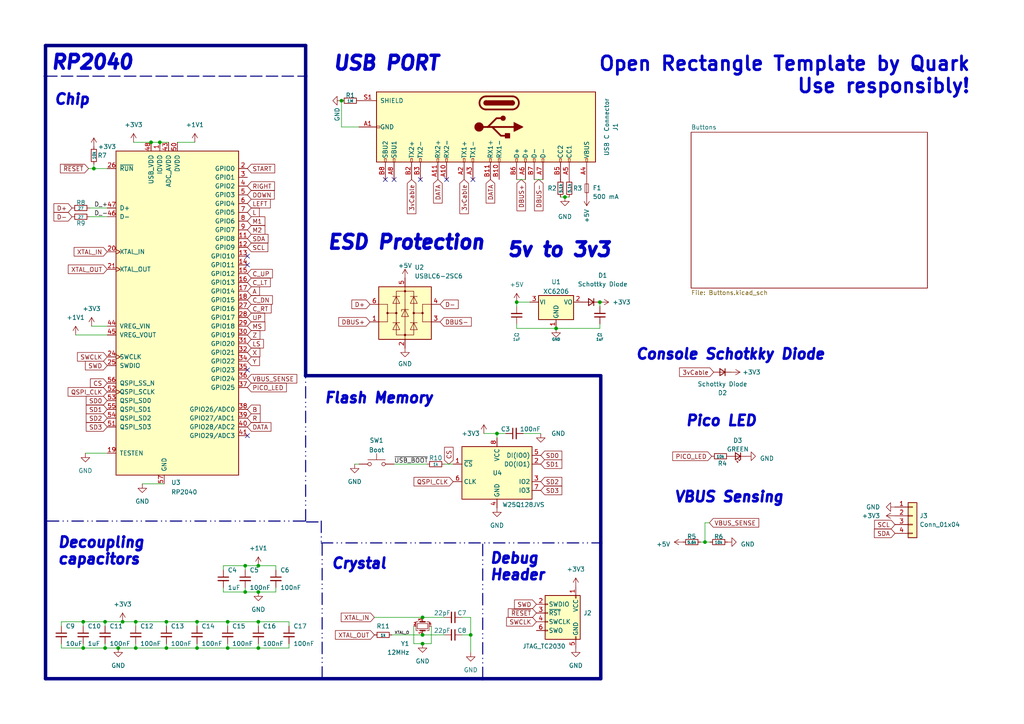
<source format=kicad_sch>
(kicad_sch (version 20230121) (generator eeschema)
  (paper "A4")
  (junction (at 74.93 164.084))
  (junction (at 140.001 196.85))
  (junction (at 39.37 187.96))
  (junction (at 57.15 180.34))
  (junction (at 66.04 187.96))
  (junction (at 24.13 180.34))
  (junction (at 30.48 180.34))
  (junction (at 35.56 180.34))
  (junction (at 122.555 179.07))
  (junction (at 174.244 157.4631))
  (junction (at 30.48 187.96))
  (junction (at 136.525 184.15))
  (junction (at 48.26 180.34))
  (junction (at 34.29 187.96))
  (junction (at 204.47 157.226))
  (junction (at 74.93 180.34))
  (junction (at 46.355 41.275))
  (junction (at 13.208 22.098))
  (junction (at 149.86 87.63) (diameter 0.9144))
  (junction (at 71.12 164.084))
  (junction (at 122.555 186.69))
  (junction (at 57.15 187.96))
  (junction (at 43.815 41.275))
  (junction (at 74.93 187.96))
  (junction (at 24.13 187.96))
  (junction (at 71.12 171.704))
  (junction (at 173.99 87.63))
  (junction (at 74.93 171.704))
  (junction (at 88.646 22.098))
  (junction (at 27.2222 48.895))
  (junction (at 144.145 125.73))
  (junction (at 99.06 29.21))
  (junction (at 161.29 95.25) (diameter 0.9144))
  (junction (at 48.26 187.96))
  (junction (at 39.37 180.34))
  (junction (at 122.555 184.15))
  (junction (at 66.04 180.34))
  (junction (at 88.646 108.966))
  (junction (at 163.8554 57.15))
  (no_connect (at 71.755 76.835))
  (no_connect (at 71.755 107.315))
  (no_connect (at 114.3 52.07))
  (no_connect (at 129.54 52.07))
  (no_connect (at 71.755 74.295))
  (no_connect (at 71.755 126.365))
  (no_connect (at 137.16 52.07))
  (no_connect (at 111.76 52.07))
  (no_connect (at 121.92 52.07))
  (wire (pts (xy 31.115 97.155) (xy 21.9456 97.155)))
  (wire (pts (xy 57.15 180.34) (xy 57.15 181.61)))
  (wire (pts (xy 17.78 187.96) (xy 24.13 187.96)))
  (wire (pts (xy 43.815 41.275) (xy 46.355 41.275)))
  (wire (pts (xy 136.525 179.07) (xy 136.525 184.15)))
  (wire (pts (xy 64.77 164.084) (xy 64.77 165.354)))
  (wire (pts (xy 57.15 186.69) (xy 57.15 187.96)))
  (wire (pts (xy 24.765 131.445) (xy 31.115 131.445)))
  (wire (pts (xy 125.095 181.61) (xy 125.095 186.69)))
  (wire (pts (xy 120.015 181.61) (xy 120.015 186.69)))
  (wire (pts (xy 24.13 187.96) (xy 30.48 187.96)))
  (wire (pts (xy 27.2222 47.625) (xy 27.2222 48.895)))
  (wire (pts (xy 71.12 164.084) (xy 71.12 165.354)))
  (wire (pts (xy 57.15 187.96) (xy 66.04 187.96)))
  (bus (pts (xy 174.244 157.4631) (xy 174.244 108.966)) (stroke (width 1)))
  (wire (pts (xy 74.93 187.96) (xy 83.82 187.96)))
  (wire (pts (xy 136.525 184.15) (xy 133.985 184.15)))
  (wire (pts (xy 17.78 180.34) (xy 24.13 180.34)))
  (wire (pts (xy 41.275 140.335) (xy 47.625 140.335)))
  (wire (pts (xy 114.3 134.62) (xy 123.825 134.62)))
  (wire (pts (xy 64.77 171.704) (xy 71.12 171.704)))
  (wire (pts (xy 102.87 134.62) (xy 104.14 134.62)))
  (wire (pts (xy 161.29 95.25) (xy 149.86 95.25)))
  (wire (pts (xy 128.905 184.15) (xy 122.555 184.15)))
  (wire (pts (xy 25.9842 62.865) (xy 31.115 62.865)))
  (wire (pts (xy 144.145 125.73) (xy 146.685 125.73)))
  (bus (pts (xy 88.646 108.966) (xy 174.244 108.966)) (stroke (width 1)))
  (bus (pts (xy 174.244 157.4631) (xy 174.244 157.48)))
  (wire (pts (xy 30.48 180.34) (xy 35.56 180.34)))
  (bus (pts (xy 88.646 13.208) (xy 88.646 22.098)) (stroke (width 1)))
  (wire (pts (xy 25.9842 60.325) (xy 31.115 60.325)))
  (wire (pts (xy 80.01 164.084) (xy 80.01 165.354)))
  (wire (pts (xy 74.93 180.34) (xy 83.82 180.34)))
  (wire (pts (xy 149.86 87.63) (xy 149.86 88.9)))
  (wire (pts (xy 66.04 186.69) (xy 66.04 187.96)))
  (wire (pts (xy 39.37 187.96) (xy 48.26 187.96)))
  (wire (pts (xy 35.56 180.34) (xy 39.37 180.34)))
  (wire (pts (xy 203.2 157.226) (xy 204.47 157.226)))
  (wire (pts (xy 83.82 180.34) (xy 83.82 181.61)))
  (wire (pts (xy 51.435 41.275) (xy 56.515 41.275)))
  (wire (pts (xy 38.735 41.275) (xy 43.815 41.275)))
  (wire (pts (xy 39.37 187.96) (xy 39.37 186.69)))
  (wire (pts (xy 66.04 180.34) (xy 74.93 180.34)))
  (wire (pts (xy 74.93 171.704) (xy 80.01 171.704)))
  (wire (pts (xy 34.29 187.96) (xy 39.37 187.96)))
  (wire (pts (xy 48.26 180.34) (xy 48.26 181.61)))
  (wire (pts (xy 39.37 180.34) (xy 39.37 181.61)))
  (wire (pts (xy 83.82 187.96) (xy 83.82 186.69)))
  (wire (pts (xy 39.37 180.34) (xy 48.26 180.34)))
  (bus (pts (xy 140.001 196.85) (xy 174.244 196.85)) (stroke (width 1)))
  (bus (pts (xy 88.646 151.13) (xy 88.646 108.966)) (stroke (width 0) (type dash_dot_dot)))
  (wire (pts (xy 125.095 186.69) (xy 122.555 186.69)))
  (wire (pts (xy 74.93 164.084) (xy 80.01 164.084)))
  (bus (pts (xy 93.1852 151.13) (xy 93.1852 157.4631)) (stroke (width 0) (type dash_dot_dot)))
  (wire (pts (xy 108.585 179.07) (xy 122.555 179.07)))
  (wire (pts (xy 204.47 157.226) (xy 205.9178 157.226)))
  (wire (pts (xy 144.145 125.73) (xy 144.145 127)))
  (wire (pts (xy 71.12 171.704) (xy 74.93 171.704)))
  (wire (pts (xy 30.48 180.34) (xy 24.13 180.34)))
  (wire (pts (xy 149.86 93.98) (xy 149.86 95.25)))
  (wire (pts (xy 30.48 180.34) (xy 30.48 181.61)))
  (wire (pts (xy 48.26 187.96) (xy 57.15 187.96)))
  (wire (pts (xy 71.12 170.434) (xy 71.12 171.704)))
  (wire (pts (xy 162.56 57.15) (xy 163.8554 57.15)))
  (wire (pts (xy 128.905 134.62) (xy 131.445 134.62)))
  (wire (pts (xy 173.99 93.9546) (xy 173.99 95.25)))
  (wire (pts (xy 133.985 179.07) (xy 136.525 179.07)))
  (wire (pts (xy 99.06 36.83) (xy 99.06 29.21)))
  (wire (pts (xy 151.765 125.73) (xy 156.845 125.73)))
  (wire (pts (xy 74.93 180.34) (xy 74.93 181.61)))
  (bus (pts (xy 93.1852 157.4631) (xy 174.244 157.4631)) (stroke (width 0) (type dash_dot_dot)))
  (wire (pts (xy 120.015 186.69) (xy 122.555 186.69)))
  (wire (pts (xy 25.6793 48.895) (xy 27.2222 48.895)))
  (wire (pts (xy 157.48 52.07) (xy 154.94 52.07)))
  (wire (pts (xy 48.26 187.96) (xy 48.26 186.69)))
  (wire (pts (xy 80.01 171.704) (xy 80.01 170.434)))
  (wire (pts (xy 71.12 164.084) (xy 64.77 164.084)))
  (wire (pts (xy 26.5684 94.615) (xy 31.115 94.615)))
  (bus (pts (xy 13.208 22.098) (xy 88.646 22.098)) (stroke (width 0) (type dash)))
  (wire (pts (xy 140.335 125.73) (xy 144.145 125.73)))
  (bus (pts (xy 13.716 151.13) (xy 88.646 151.13)) (stroke (width 0) (type dash_dot_dot)))
  (bus (pts (xy 174.244 196.85) (xy 174.244 157.4631)) (stroke (width 1)))
  (bus (pts (xy 88.646 22.098) (xy 88.646 108.966)) (stroke (width 1)))
  (wire (pts (xy 57.15 180.34) (xy 66.04 180.34)))
  (wire (pts (xy 17.78 181.61) (xy 17.78 180.34)))
  (wire (pts (xy 66.04 187.96) (xy 74.93 187.96)))
  (wire (pts (xy 46.355 41.275) (xy 48.895 41.275)))
  (wire (pts (xy 74.93 187.96) (xy 74.93 186.69)))
  (wire (pts (xy 163.8554 57.15) (xy 165.1 57.15)))
  (wire (pts (xy 17.78 186.69) (xy 17.78 187.96)))
  (wire (pts (xy 27.2222 48.895) (xy 31.115 48.895)))
  (wire (pts (xy 74.93 164.084) (xy 71.12 164.084)))
  (wire (pts (xy 104.14 36.83) (xy 99.06 36.83)))
  (wire (pts (xy 205.74 151.638) (xy 204.47 151.638)))
  (bus (pts (xy 140.001 196.85) (xy 140.001 157.48)) (stroke (width 0) (type dash_dot_dot)))
  (wire (pts (xy 24.13 180.34) (xy 24.13 181.61)))
  (wire (pts (xy 204.47 151.638) (xy 204.47 157.226)))
  (bus (pts (xy 13.208 13.208) (xy 13.208 22.098)) (stroke (width 1)))
  (wire (pts (xy 66.04 180.34) (xy 66.04 181.61)))
  (wire (pts (xy 30.48 186.69) (xy 30.48 187.96)))
  (wire (pts (xy 64.77 170.434) (xy 64.77 171.704)))
  (bus (pts (xy 93.4392 157.7171) (xy 93.4392 197.104)) (stroke (width 0) (type dash_dot_dot)))
  (wire (pts (xy 128.905 179.07) (xy 122.555 179.07)))
  (wire (pts (xy 173.99 88.8746) (xy 173.99 87.63)))
  (wire (pts (xy 122.555 184.15) (xy 113.665 184.15)))
  (wire (pts (xy 30.48 187.96) (xy 34.29 187.96)))
  (wire (pts (xy 24.13 186.69) (xy 24.13 187.96)))
  (bus (pts (xy 13.208 196.85) (xy 140.001 196.85)) (stroke (width 1)))
  (wire (pts (xy 136.525 184.15) (xy 136.525 189.23)))
  (bus (pts (xy 13.208 13.208) (xy 88.646 13.208)) (stroke (width 1)))
  (wire (pts (xy 48.26 180.34) (xy 57.15 180.34)))
  (bus (pts (xy 13.208 22.098) (xy 13.208 196.85)) (stroke (width 1)))
  (wire (pts (xy 161.29 95.25) (xy 173.99 95.25)))
  (wire (pts (xy 152.4 52.07) (xy 149.86 52.07)))
  (wire (pts (xy 149.86 87.63) (xy 153.67 87.63)))
  (bus (pts (xy 88.9 151.384) (xy 93.4392 151.384)) (stroke (width 0) (type dash_dot_dot)))
  (text "Console Schotkky Diode" (at 184.15 104.648 0) (effects (font (size 3 3) (thickness 2) bold italic) (justify left bottom)))
  (text "Crystal" (at 95.885 165.354 0) (effects (font (size 3 3) (thickness 2) bold italic) (justify left bottom)))
  (text "USB PORT" (at 96.266 20.828 0) (effects (font (size 4 4) (thickness 2) bold italic) (justify left bottom)))
  (text "Flash Memory" (at 93.853 117.348 0) (effects (font (size 3 3) (thickness 2) bold italic) (justify left bottom)))
  (text "Pico LED" (at 198.628 123.952 0) (effects (font (size 3 3) (thickness 2) bold italic) (justify left bottom)))
  (text "Open Rectangle Template by Quark\nUse responsibly!" (at 281.686 27.432 0) (effects (font (size 4 4) (thickness 0.8) bold) (justify right bottom)))
  (text "RP2040" (at 14.478 20.574 0) (effects (font (size 4 4) (thickness 2) bold italic) (justify left bottom)))
  (text "Debug\nHeader" (at 141.859 168.656 0) (effects (font (size 3 3) (thickness 2) bold italic) (justify left bottom)))
  (text "VBUS Sensing" (at 195.326 146.05 0) (effects (font (size 3 3) (thickness 2) bold italic) (justify left bottom)))
  (text "Chip" (at 15.494 30.734 0) (effects (font (size 3 3) (thickness 2) bold italic) (justify left bottom)))
  (text "5v to 3v3" (at 146.812 74.93 0) (effects (font (size 4 4) (thickness 2) bold italic) (justify left bottom)))
  (text "ESD Protection" (at 94.615 72.771 0) (effects (font (size 4 4) (thickness 2) bold italic) (justify left bottom)))
  (text "Decoupling\ncapacitors" (at 16.51 164.084 0) (effects (font (size 3 3) (thickness 2) bold italic) (justify left bottom)))
  (label "D_+" (at 27.305 60.325 0))
  (label "~{USB_BOOT}" (at 114.3 134.62 0))
  (label "D_-" (at 27.305 62.865 0))
  (label "XTAL_O" (at 118.745 184.15 180) (effects (font (size 0.8 0.8))))
  (global_label "DOWN" (shape input) (at 335.534 133.096 270) (property "Intersheetrefs" "${INTERSHEET_REFS}" (effects hide)))
  (global_label "D+" (shape input) (at 107.315 88.265 180) (property "Intersheetrefs" "${INTERSHEET_REFS}" (effects hide)))
  (global_label "MS" (shape input) (at 470.916 143.256 270) (property "Intersheetrefs" "${INTERSHEET_REFS}" (effects hide)))
  (global_label "C_UP" (shape input) (at 71.755 79.375 0) (property "Intersheetrefs" "${INTERSHEET_REFS}" (effects hide)))
  (global_label "UP" (shape input) (at 470.154 157.48 270) (property "Intersheetrefs" "${INTERSHEET_REFS}" (effects hide)))
  (global_label "RIGHT" (shape input) (at 352.298 136.906 270) (property "Intersheetrefs" "${INTERSHEET_REFS}" (effects hide)))
  (global_label "C_RT" (shape input) (at 448.564 192.532 270) (property "Intersheetrefs" "${INTERSHEET_REFS}" (effects hide)))
  (global_label "3vCable" (shape input) (at 134.62 52.07 270) (property "Intersheetrefs" "${INTERSHEET_REFS}" (effects hide)))
  (global_label "~{RESET}" (shape input) (at 155.575 177.8 180) (property "Intersheetrefs" "${INTERSHEET_REFS}" (effects hide)))
  (global_label "SCL" (shape input) (at 259.588 152.146 180) (property "Intersheetrefs" "${INTERSHEET_REFS}" (effects hide)))
  (global_label "SWD" (shape input) (at 155.575 175.26 180) (property "Intersheetrefs" "${INTERSHEET_REFS}" (effects hide)))
  (global_label "SD0" (shape input) (at 31.115 116.205 180) (property "Intersheetrefs" "${INTERSHEET_REFS}" (effects hide)))
  (global_label "X" (shape input) (at 442.214 157.226 270) (property "Intersheetrefs" "${INTERSHEET_REFS}" (effects hide)))
  (global_label "START" (shape input) (at 71.755 48.895 0) (property "Intersheetrefs" "${INTERSHEET_REFS}" (effects hide)))
  (global_label "B" (shape input) (at 423.9551 163.8656 270) (property "Intersheetrefs" "${INTERSHEET_REFS}" (effects hide)))
  (global_label "QSPI_CLK" (shape input) (at 131.445 139.7 180) (property "Intersheetrefs" "${INTERSHEET_REFS}" (effects hide)))
  (global_label "M1" (shape input) (at 368.046 175.514 270) (property "Intersheetrefs" "${INTERSHEET_REFS}" (effects hide)))
  (global_label "SD0" (shape input) (at 156.845 132.08 0) (property "Intersheetrefs" "${INTERSHEET_REFS}" (effects hide)))
  (global_label "R" (shape input) (at 420.624 147.828 270) (property "Intersheetrefs" "${INTERSHEET_REFS}" (effects hide)))
  (global_label "D-" (shape input) (at 20.9042 62.865 180) (property "Intersheetrefs" "${INTERSHEET_REFS}" (effects hide)))
  (global_label "X" (shape input) (at 445.262 74.93 270) (property "Intersheetrefs" "${INTERSHEET_REFS}" (effects hide)))
  (global_label "DATA" (shape input) (at 71.755 123.825 0) (property "Intersheetrefs" "${INTERSHEET_REFS}" (effects hide)))
  (global_label "SWD" (shape input) (at 31.115 106.045 180) (property "Intersheetrefs" "${INTERSHEET_REFS}" (effects hide)))
  (global_label "B" (shape input) (at 436.118 80.518 270) (property "Intersheetrefs" "${INTERSHEET_REFS}" (effects hide)))
  (global_label "SD3" (shape input) (at 156.845 142.24 0) (property "Intersheetrefs" "${INTERSHEET_REFS}" (effects hide)))
  (global_label "M1" (shape input) (at 71.755 64.135 0) (property "Intersheetrefs" "${INTERSHEET_REFS}" (effects hide)))
  (global_label "PICO_LED" (shape input) (at 71.755 112.395 0) (property "Intersheetrefs" "${INTERSHEET_REFS}" (effects hide)))
  (global_label "PICO_LED" (shape input) (at 206.4258 132.334 180) (property "Intersheetrefs" "${INTERSHEET_REFS}" (effects hide)))
  (global_label "VBUS_SENSE" (shape input) (at 205.74 151.638 0) (property "Intersheetrefs" "${INTERSHEET_REFS}" (effects hide)))
  (global_label "MS" (shape input) (at 71.755 94.615 0) (property "Intersheetrefs" "${INTERSHEET_REFS}" (effects hide)))
  (global_label "DATA" (shape input) (at 142.24 52.07 270) (property "Intersheetrefs" "${INTERSHEET_REFS}" (effects hide)))
  (global_label "SD1" (shape input) (at 31.115 118.745 180) (property "Intersheetrefs" "${INTERSHEET_REFS}" (effects hide)))
  (global_label "C_UP" (shape input) (at 434.594 182.88 270) (property "Intersheetrefs" "${INTERSHEET_REFS}" (effects hide)))
  (global_label "C_DN" (shape input) (at 423.672 201.93 270) (property "Intersheetrefs" "${INTERSHEET_REFS}" (effects hide)))
  (global_label "L" (shape input) (at 306.578 140.716 270) (property "Intersheetrefs" "${INTERSHEET_REFS}" (effects hide)))
  (global_label "C_DN" (shape input) (at 427.736 117.094 270) (property "Intersheetrefs" "${INTERSHEET_REFS}" (effects hide)))
  (global_label "SDA" (shape input) (at 259.588 154.686 180) (property "Intersheetrefs" "${INTERSHEET_REFS}" (effects hide)))
  (global_label "SD3" (shape input) (at 31.115 123.825 180) (property "Intersheetrefs" "${INTERSHEET_REFS}" (effects hide)))
  (global_label "SDA" (shape input) (at 71.755 69.215 0) (property "Intersheetrefs" "${INTERSHEET_REFS}" (effects hide)))
  (global_label "XTAL_OUT" (shape input) (at 31.115 78.105 180) (property "Intersheetrefs" "${INTERSHEET_REFS}" (effects hide)))
  (global_label "L" (shape input) (at 333.248 64.262 270) (property "Intersheetrefs" "${INTERSHEET_REFS}" (effects hide)))
  (global_label "C_LT" (shape input) (at 71.755 81.915 0) (property "Intersheetrefs" "${INTERSHEET_REFS}" (effects hide)))
  (global_label "DBUS-" (shape input) (at 127.635 93.345 0) (property "Intersheetrefs" "${INTERSHEET_REFS}" (effects hide)))
  (global_label "R" (shape input) (at 71.755 121.285 0) (property "Intersheetrefs" "${INTERSHEET_REFS}" (effects hide)))
  (global_label "START" (shape input) (at 403.86 58.928 180) (property "Intersheetrefs" "${INTERSHEET_REFS}" (effects hide)))
  (global_label "A" (shape input) (at 71.755 84.455 0) (property "Intersheetrefs" "${INTERSHEET_REFS}" (effects hide)))
  (global_label "DOWN" (shape input) (at 360.934 58.674 270) (property "Intersheetrefs" "${INTERSHEET_REFS}" (effects hide)))
  (global_label "LS" (shape input) (at 451.358 136.652 270) (property "Intersheetrefs" "${INTERSHEET_REFS}" (effects hide)))
  (global_label "C_UP" (shape input) (at 434.086 99.822 270) (property "Intersheetrefs" "${INTERSHEET_REFS}" (effects hide)))
  (global_label "D-" (shape input) (at 127.635 88.265 0) (property "Intersheetrefs" "${INTERSHEET_REFS}" (effects hide)))
  (global_label "C_RT" (shape input) (at 444.5 106.426 270) (property "Intersheetrefs" "${INTERSHEET_REFS}" (effects hide)))
  (global_label "M2" (shape input) (at 71.755 66.675 0) (property "Intersheetrefs" "${INTERSHEET_REFS}" (effects hide)))
  (global_label "CS" (shape input) (at 31.115 111.125 180) (property "Intersheetrefs" "${INTERSHEET_REFS}" (effects hide)))
  (global_label "RIGHT" (shape input) (at 372.872 65.024 270) (property "Intersheetrefs" "${INTERSHEET_REFS}" (effects hide)))
  (global_label "SD2" (shape input) (at 156.845 139.7 0) (property "Intersheetrefs" "${INTERSHEET_REFS}" (effects hide)))
  (global_label "L" (shape input) (at 71.755 61.595 0) (property "Intersheetrefs" "${INTERSHEET_REFS}" (effects hide)))
  (global_label "SCL" (shape input) (at 71.755 71.755 0) (property "Intersheetrefs" "${INTERSHEET_REFS}" (effects hide)))
  (global_label "Z" (shape input) (at 456.946 74.422 270) (property "Intersheetrefs" "${INTERSHEET_REFS}" (effects hide)))
  (global_label "LEFT" (shape input) (at 321.056 136.144 270) (property "Intersheetrefs" "${INTERSHEET_REFS}" (effects hide)))
  (global_label "3vCable" (shape input) (at 207.01 107.95 180) (property "Intersheetrefs" "${INTERSHEET_REFS}" (effects hide)))
  (global_label "DBUS-" (shape input) (at 156.2608 52.07 270) (property "Intersheetrefs" "${INTERSHEET_REFS}" (effects hide)))
  (global_label "Y" (shape input) (at 444.754 64.008 270) (property "Intersheetrefs" "${INTERSHEET_REFS}" (effects hide)))
  (global_label "C_LT" (shape input) (at 418.846 187.706 270) (property "Intersheetrefs" "${INTERSHEET_REFS}" (effects hide)))
  (global_label "M1" (shape input) (at 370.84 95.25 270) (property "Intersheetrefs" "${INTERSHEET_REFS}" (effects hide)))
  (global_label "Z" (shape input) (at 71.755 97.155 0) (property "Intersheetrefs" "${INTERSHEET_REFS}" (effects hide)))
  (global_label "M2" (shape input) (at 384.81 105.41 270) (property "Intersheetrefs" "${INTERSHEET_REFS}" (effects hide)))
  (global_label "LEFT" (shape input) (at 347.218 61.214 270) (property "Intersheetrefs" "${INTERSHEET_REFS}" (effects hide)))
  (global_label "CS" (shape input) (at 130.175 134.62 90) (property "Intersheetrefs" "${INTERSHEET_REFS}" (effects hide)))
  (global_label "UP" (shape input) (at 468.63 78.232 270) (property "Intersheetrefs" "${INTERSHEET_REFS}" (effects hide)))
  (global_label "C_RT" (shape input) (at 71.755 89.535 0) (property "Intersheetrefs" "${INTERSHEET_REFS}" (effects hide)))
  (global_label "C_DN" (shape input) (at 71.755 86.995 0) (property "Intersheetrefs" "${INTERSHEET_REFS}" (effects hide)))
  (global_label "XTAL_IN" (shape input) (at 31.115 73.025 180) (property "Intersheetrefs" "${INTERSHEET_REFS}" (effects hide)))
  (global_label "VBUS_SENSE" (shape input) (at 71.755 109.855 0) (property "Intersheetrefs" "${INTERSHEET_REFS}" (effects hide)))
  (global_label "RIGHT" (shape input) (at 71.755 53.975 0) (property "Intersheetrefs" "${INTERSHEET_REFS}" (effects hide)))
  (global_label "D+" (shape input) (at 20.9042 60.325 180) (property "Intersheetrefs" "${INTERSHEET_REFS}" (effects hide)))
  (global_label "START" (shape input) (at 385.826 145.288 180) (property "Intersheetrefs" "${INTERSHEET_REFS}" (effects hide)))
  (global_label "QSPI_CLK" (shape input) (at 31.115 113.665 180) (property "Intersheetrefs" "${INTERSHEET_REFS}" (effects hide)))
  (global_label "B" (shape input) (at 71.755 118.745 0) (property "Intersheetrefs" "${INTERSHEET_REFS}" (effects hide)))
  (global_label "DBUS+" (shape input) (at 107.315 93.345 180) (property "Intersheetrefs" "${INTERSHEET_REFS}" (effects hide)))
  (global_label "DBUS+" (shape input) (at 151.1808 52.07 270) (property "Intersheetrefs" "${INTERSHEET_REFS}" (effects hide)))
  (global_label "~{RESET}" (shape input) (at 25.6793 48.895 180) (property "Intersheetrefs" "${INTERSHEET_REFS}" (effects hide)))
  (global_label "Z" (shape input) (at 453.644 152.908 270) (property "Intersheetrefs" "${INTERSHEET_REFS}" (effects hide)))
  (global_label "XTAL_OUT" (shape input) (at 108.585 184.15 180) (property "Intersheetrefs" "${INTERSHEET_REFS}" (effects hide)))
  (global_label "3vCable" (shape input) (at 119.38 52.07 270) (property "Intersheetrefs" "${INTERSHEET_REFS}" (effects hide)))
  (global_label "SWCLK" (shape input) (at 31.115 103.505 180) (property "Intersheetrefs" "${INTERSHEET_REFS}" (effects hide)))
  (global_label "R" (shape input) (at 434.086 68.58 270) (property "Intersheetrefs" "${INTERSHEET_REFS}" (effects hide)))
  (global_label "M2" (shape input) (at 378.206 185.674 270) (property "Intersheetrefs" "${INTERSHEET_REFS}" (effects hide)))
  (global_label "Y" (shape input) (at 437.388 142.24 270) (property "Intersheetrefs" "${INTERSHEET_REFS}" (effects hide)))
  (global_label "LS" (shape input) (at 71.755 99.695 0) (property "Intersheetrefs" "${INTERSHEET_REFS}" (effects hide)))
  (global_label "LEFT" (shape input) (at 71.755 59.055 0) (property "Intersheetrefs" "${INTERSHEET_REFS}" (effects hide)))
  (global_label "SD2" (shape input) (at 31.115 121.285 180) (property "Intersheetrefs" "${INTERSHEET_REFS}" (effects hide)))
  (global_label "A" (shape input) (at 435.864 111.76 270) (property "Intersheetrefs" "${INTERSHEET_REFS}" (effects hide)))
  (global_label "Y" (shape input) (at 71.755 104.775 0) (property "Intersheetrefs" "${INTERSHEET_REFS}" (effects hide)))
  (global_label "A" (shape input) (at 433.578 197.104 270) (property "Intersheetrefs" "${INTERSHEET_REFS}" (effects hide)))
  (global_label "SWCLK" (shape input) (at 155.575 180.34 180) (property "Intersheetrefs" "${INTERSHEET_REFS}" (effects hide)))
  (global_label "LS" (shape input) (at 457.454 63.246 270) (property "Intersheetrefs" "${INTERSHEET_REFS}" (effects hide)))
  (global_label "C_LT" (shape input) (at 422.402 105.41 270) (property "Intersheetrefs" "${INTERSHEET_REFS}" (effects hide)))
  (global_label "DOWN" (shape input) (at 71.755 56.515 0) (property "Intersheetrefs" "${INTERSHEET_REFS}" (effects hide)))
  (global_label "SD1" (shape input) (at 156.845 134.62 0) (property "Intersheetrefs" "${INTERSHEET_REFS}" (effects hide)))
  (global_label "DATA" (shape input) (at 127 52.07 270) (property "Intersheetrefs" "${INTERSHEET_REFS}" (effects hide)))
  (global_label "MS" (shape input) (at 469.138 66.548 270) (property "Intersheetrefs" "${INTERSHEET_REFS}" (effects hide)))
  (global_label "UP" (shape input) (at 71.755 92.075 0) (property "Intersheetrefs" "${INTERSHEET_REFS}" (effects hide)))
  (global_label "X" (shape input) (at 71.755 102.235 0) (property "Intersheetrefs" "${INTERSHEET_REFS}" (effects hide)))
  (global_label "XTAL_IN" (shape input) (at 108.585 179.07 180) (property "Intersheetrefs" "${INTERSHEET_REFS}" (effects hide)))
  (symbol (lib_id "PCM_marbastlib-mx:MX_SW_HS_CPG151101S11") (at 438.404 114.3 0) (unit 1)
    (property "Reference" "MX17" (at 438.404 107.188 0))
    (property "Value" "MX_SW_HS" (at 438.404 109.728 0))
    (property "Footprint" "PCM_marbastlib-mx:SW_MX_HS_CPG151101S11_1u" (effects hide))
  )
  (symbol (lib_id "power:GND") (at 338.328 69.342 0) (unit 1)
    (property "Reference" "#PWR032" (effects hide))
    (property "Value" "GND" (at 338.328 74.422 0))
  )
  (symbol (lib_id "power:GND") (at 449.834 69.088 0) (unit 1)
    (property "Reference" "#PWR047" (effects hide))
    (property "Value" "GND" (at 449.834 74.168 0))
  )
  (symbol (lib_id "Mechanical:MountingHole") (at 351.028 219.456 0) (unit 1) (in_bom no)
    (property "Reference" "H6" (at 354.33 218.186 0) (effects (justify left)))
    (property "Value" "MountingHole" (at 354.33 220.726 0) (effects (justify left)))
    (property "Footprint" "qw-logo:qw new logo silk + copper md" (effects hide))
  )
  (symbol (lib_id "power:GND") (at 427.482 110.49 0) (unit 1)
    (property "Reference" "#PWR041" (effects hide))
    (property "Value" "GND" (at 427.482 115.57 0))
  )
  (symbol (lib_id "Device:R_Small") (at 200.66 157.226 90) (unit 1)
    (property "Reference" "R5" (at 201.9647 155.6231 90) (effects (justify left)))
    (property "Value" "5.6k" (at 202.0165 157.2929 90) (effects (font (size 0.8 0.8)) (justify left)))
    (property "Footprint" "Resistor_SMD:R_0603_1608Metric" (effects hide))
    (property "LCSC" "C23189" (effects hide))
  )
  (symbol (lib_id "PCM_marbastlib-choc:choc_v1_SW_HS_CPG135001S30") (at 437.134 185.42 0) (unit 1)
    (property "Reference" "CH20" (at 437.134 178.054 0))
    (property "Value" "choc_v1_SW_HS" (at 437.134 180.594 0))
    (property "Footprint" "PCM_marbastlib-choc:SW_choc_v1_HS_CPG135001S30_1u" (effects hide))
  )
  (symbol (lib_id "power:GND") (at 440.944 116.84 0) (unit 1)
    (property "Reference" "#PWR043" (effects hide))
    (property "Value" "GND" (at 440.944 121.92 0))
  )
  (symbol (lib_id "Mechanical:MountingHole") (at 351.028 213.868 0) (unit 1) (in_bom no)
    (property "Reference" "H5" (at 354.33 212.598 0) (effects (justify left)))
    (property "Value" "MountingHole" (at 354.33 215.138 0) (effects (justify left)))
    (property "Footprint" "qw-logo:qw new logo silk + copper md" (effects hide))
  )
  (symbol (lib_name "GND_1") (lib_id "power:GND") (at 259.588 147.066 270) (unit 1)
    (property "Reference" "#PWR072" (effects hide))
    (property "Value" "GND" (at 255.27 147.066 90) (effects (justify right)))
  )
  (symbol (lib_id "Device:R_Small") (at 23.4442 62.865 90) (unit 1)
    (property "Reference" "R9" (at 23.4442 64.7446 90))
    (property "Value" "27" (at 23.4442 62.9666 90) (effects (font (size 0.8 0.8))))
    (property "Footprint" "Resistor_SMD:R_0603_1608Metric" (effects hide))
    (property "LCSC" "C25190" (effects hide))
  )
  (symbol (lib_id "power:GND") (at 216.5858 132.334 90) (unit 1)
    (property "Reference" "#PWR018" (effects hide))
    (property "Value" "GND" (at 220.3958 132.969 90) (effects (justify right)))
  )
  (symbol (lib_id "Sleep-lib:RP2040") (at 51.435 92.075 0) (unit 1)
    (property "Reference" "U3" (at 49.6444 139.9445 0) (effects (justify left)))
    (property "Value" "RP2040" (at 49.6444 142.7196 0) (effects (justify left)))
    (property "Footprint" "footprints:RP2040-QFN-56" (effects hide))
    (property "Datasheet" "https://datasheets.raspberrypi.com/rp2040/rp2040-datasheet.pdf" (effects hide))
    (property "LCSC" "C2040" (effects hide))
  )
  (symbol (lib_id "power:GND") (at 102.87 134.62 0) (unit 1)
    (property "Reference" "#PWR019" (effects hide))
    (property "Value" "GND" (at 102.87 139.7 0))
  )
  (symbol (lib_id "power:GND") (at 473.71 83.312 0) (unit 1)
    (property "Reference" "#PWR050" (effects hide))
    (property "Value" "GND" (at 473.71 88.392 0))
  )
  (symbol (lib_id "PCM_marbastlib-mx:MX_SW_HS_CPG151101S11") (at 436.626 71.12 0) (unit 1)
    (property "Reference" "MX6" (at 436.626 64.008 0))
    (property "Value" "MX_SW_HS" (at 436.626 66.548 0))
    (property "Footprint" "PCM_marbastlib-mx:SW_MX_HS_CPG151101S11_1u" (effects hide))
  )
  (symbol (lib_id "PCM_marbastlib-choc:choc_v1_SW_HS_CPG135001S30") (at 473.456 145.796 0) (unit 1)
    (property "Reference" "CH9" (at 473.456 138.43 0))
    (property "Value" "choc_v1_SW_HS" (at 473.456 140.97 0))
    (property "Footprint" "PCM_marbastlib-choc:SW_choc_v1_HS_CPG135001S30_1u" (effects hide))
  )
  (symbol (lib_id "Device:Fuse_Small") (at 170.18 54.61 270) (unit 1)
    (property "Reference" "F1" (at 171.9072 54.5084 90) (effects (justify left)))
    (property "Value" "500 mA" (at 171.9072 57.0484 90) (effects (justify left)))
    (property "Footprint" "Fuse:Fuse_1206_3216Metric" (effects hide))
    (property "LCSC" "C70076" (effects hide))
  )
  (symbol (lib_id "Device:C_Small") (at 71.12 167.894 0) (unit 1)
    (property "Reference" "C5" (at 72.39 165.3539 0) (effects (justify left)))
    (property "Value" "100nF" (at 72.39 170.4339 0) (effects (justify left)))
    (property "Footprint" "Capacitor_SMD:C_0402_1005Metric" (effects hide))
    (property "LCSC" "C1525" (effects hide))
  )
  (symbol (lib_id "PCM_marbastlib-choc:choc_v1_SW_HS_CPG135001S30") (at 426.212 204.47 0) (unit 1)
    (property "Reference" "CH16" (at 426.212 197.104 0))
    (property "Value" "choc_v1_SW_HS" (at 426.212 199.644 0))
    (property "Footprint" "PCM_marbastlib-choc:SW_choc_v1_HS_CPG135001S30_1u" (effects hide))
  )
  (symbol (lib_id "power:GND") (at 311.658 145.796 0) (unit 1)
    (property "Reference" "#PWR052" (effects hide))
    (property "Value" "GND" (at 311.658 150.876 0))
  )
  (symbol (lib_id "power:GND") (at 442.468 147.32 0) (unit 1)
    (property "Reference" "#PWR058" (effects hide))
    (property "Value" "GND" (at 442.468 152.4 0))
  )
  (symbol (lib_id "PCM_marbastlib-choc:choc_v1_SW_HS_CPG135001S30") (at 472.694 160.02 0) (unit 1)
    (property "Reference" "CH13" (at 472.694 152.654 0))
    (property "Value" "choc_v1_SW_HS" (at 472.694 155.194 0))
    (property "Footprint" "PCM_marbastlib-choc:SW_choc_v1_HS_CPG135001S30_1u" (effects hide))
  )
  (symbol (lib_id "Device:D_Small") (at 171.45 87.63 180) (unit 1)
    (property "Reference" "D1" (at 174.8028 79.883 0))
    (property "Value" "Schottky Diode" (at 174.8028 82.423 0))
    (property "Footprint" "Diode_SMD:D_SOD-123" (effects hide))
    (property "LCSC" "C8598" (effects hide))
  )
  (symbol (lib_id "Mechanical:MountingHole") (at 313.436 221.234 0) (unit 1) (in_bom no)
    (property "Reference" "H3" (at 316.23 219.964 0) (effects (justify left)))
    (property "Value" "MountingHole" (at 316.23 222.504 0) (effects (justify left)))
    (property "Footprint" "MountingHole:MountingHole_3.2mm_M3" (effects hide))
  )
  (symbol (lib_id "Device:C_Small") (at 57.15 184.15 0) (unit 1)
    (property "Reference" "C14" (at 58.42 181.6099 0) (effects (justify left)))
    (property "Value" "100nF" (at 58.42 186.6899 0) (effects (justify left)))
    (property "Footprint" "Capacitor_SMD:C_0402_1005Metric" (effects hide))
    (property "LCSC" "C1525" (effects hide))
  )
  (symbol (lib_id "power:GND") (at 340.614 138.176 0) (unit 1)
    (property "Reference" "#PWR054" (effects hide))
    (property "Value" "GND" (at 340.614 143.256 0))
  )
  (symbol (lib_id "Device:Crystal_GND24_Small") (at 122.555 181.61 270) (mirror x) (unit 1)
    (property "Reference" "Y1" (at 118.745 186.69 90) (effects (justify right)))
    (property "Value" "12MHz" (at 118.745 189.23 90) (effects (justify right)))
    (property "Footprint" "Crystal:Crystal_SMD_3225-4Pin_3.2x2.5mm" (effects hide))
    (property "LCSC" "C9002" (effects hide))
  )
  (symbol (lib_id "power:+1V1") (at 21.9456 97.155 0) (unit 1)
    (property "Reference" "#PWR012" (effects hide))
    (property "Value" "+1V1" (at 21.9456 92.075 0))
  )
  (symbol (lib_id "Device:C_Small") (at 149.86 91.44 180) (unit 1)
    (property "Reference" "C2" (at 149.86 97.155 0) (effects (font (size 0.762 0.762))))
    (property "Value" "1uF" (at 149.86 98.425 0) (effects (font (size 0.762 0.762))))
    (property "Footprint" "Capacitor_SMD:C_0402_1005Metric" (effects hide))
    (property "LCSC" "C52923" (effects hide))
  )
  (symbol (lib_id "marbastlib-various:JTAG_TC2030") (at 161.925 180.34 0) (unit 1) (in_bom no)
    (property "Reference" "J2" (at 169.2148 177.7999 0) (effects (justify left)))
    (property "Value" "JTAG_TC2030" (at 151.511 187.452 0) (effects (justify left)))
    (property "Footprint" "PCM_marbastlib-various:CON_TC2030_outlined" (effects hide))
    (property "Datasheet" " ~" (effects hide))
  )
  (symbol (lib_id "power:GND") (at 326.136 141.224 0) (unit 1)
    (property "Reference" "#PWR053" (effects hide))
    (property "Value" "GND" (at 326.136 146.304 0))
  )
  (symbol (lib_id "PCM_marbastlib-choc:choc_v1_SW_HS_CPG135001S30") (at 323.596 138.684 0) (unit 1)
    (property "Reference" "CH2" (at 323.596 131.318 0))
    (property "Value" "choc_v1_SW_HS" (at 323.596 133.858 0))
    (property "Footprint" "PCM_marbastlib-choc:SW_choc_v1_HS_CPG135001S30_1u" (effects hide))
  )
  (symbol (lib_id "power:GND") (at 357.378 141.986 0) (unit 1)
    (property "Reference" "#PWR055" (effects hide))
    (property "Value" "GND" (at 357.378 147.066 0))
  )
  (symbol (lib_id "PCM_marbastlib-choc:choc_v1_SW_HS_CPG135001S30") (at 370.586 178.054 0) (unit 1)
    (property "Reference" "CH14" (at 370.586 170.688 0))
    (property "Value" "choc_v1_SW_HS" (at 370.586 173.228 0))
    (property "Footprint" "PCM_marbastlib-choc:SW_choc_v1_HS_CPG135001S30_1u" (effects hide))
  )
  (symbol (lib_id "Device:C_Small") (at 149.225 125.73 90) (unit 1)
    (property "Reference" "C3" (at 147.9549 124.46 90) (effects (justify left)))
    (property "Value" "100nF" (at 156.8449 124.46 90) (effects (justify left)))
    (property "Footprint" "Capacitor_SMD:C_0402_1005Metric" (effects hide))
    (property "LCSC" "C1525" (effects hide))
  )
  (symbol (lib_id "power:+3V3") (at 167.005 170.18 0) (unit 1)
    (property "Reference" "#PWR025" (effects hide))
    (property "Value" "+3V3" (at 167.005 165.1 0))
  )
  (symbol (lib_id "PCM_marbastlib-choc:choc_v1_SW_HS_CPG135001S30") (at 436.118 199.644 0) (unit 1)
    (property "Reference" "CH17" (at 436.118 192.278 0))
    (property "Value" "choc_v1_SW_HS" (at 436.118 194.818 0))
    (property "Footprint" "PCM_marbastlib-choc:SW_choc_v1_HS_CPG135001S30_1u" (effects hide))
  )
  (symbol (lib_id "PCM_marbastlib-choc:choc_v1_SW_HS_CPG135001S30") (at 380.746 188.214 0) (unit 1)
    (property "Reference" "CH15" (at 380.746 180.848 0))
    (property "Value" "choc_v1_SW_HS" (at 380.746 183.388 0))
    (property "Footprint" "PCM_marbastlib-choc:SW_choc_v1_HS_CPG135001S30_1u" (effects hide))
  )
  (symbol (lib_id "Device:R_Small") (at 111.125 184.15 270) (mirror x) (unit 1)
    (property "Reference" "R11" (at 111.125 181.61 90))
    (property "Value" "1k" (at 111.125 184.2449 90) (effects (font (size 0.8 0.8))))
    (property "Footprint" "Resistor_SMD:R_0402_1005Metric" (effects hide))
    (property "LCSC" "C11702" (effects hide))
  )
  (symbol (lib_id "power:GND") (at 383.286 190.754 0) (unit 1)
    (property "Reference" "#PWR066" (effects hide))
    (property "Value" "GND" (at 383.286 195.834 0))
  )
  (symbol (lib_id "power:GND") (at 41.275 140.335 0) (unit 1)
    (property "Reference" "#PWR020" (effects hide))
    (property "Value" "GND" (at 41.275 145.415 0))
  )
  (symbol (lib_id "Mechanical:MountingHole") (at 351.282 231.648 0) (unit 1) (in_bom no)
    (property "Reference" "H8" (at 354.584 230.378 0) (effects (justify left)))
    (property "Value" "MountingHole" (at 354.584 232.918 0) (effects (justify left)))
    (property "Footprint" "1999:1999 logo md" (effects hide))
  )
  (symbol (lib_id "power:GND") (at 390.906 150.368 0) (unit 1)
    (property "Reference" "#PWR056" (effects hide))
    (property "Value" "GND" (at 390.906 155.448 0))
  )
  (symbol (lib_id "Device:R_Small") (at 162.56 54.61 180) (unit 1)
    (property "Reference" "R2" (at 161.4931 54.61 0) (effects (justify left)))
    (property "Value" "5.1k" (at 162.6616 53.2892 90) (effects (font (size 0.8 0.8)) (justify left)))
    (property "Footprint" "Resistor_SMD:R_0402_1005Metric" (effects hide))
    (property "LCSC" "C25905" (effects hide))
  )
  (symbol (lib_id "Device:R_Small") (at 23.4442 60.325 90) (unit 1)
    (property "Reference" "R8" (at 23.4442 58.7756 90))
    (property "Value" "27" (at 23.4442 60.4266 90) (effects (font (size 0.8 0.8))))
    (property "Footprint" "Resistor_SMD:R_0603_1608Metric" (effects hide))
    (property "LCSC" "C25190" (effects hide))
  )
  (symbol (lib_id "power:GND") (at 423.926 192.786 0) (unit 1)
    (property "Reference" "#PWR068" (effects hide))
    (property "Value" "GND" (at 423.926 197.866 0))
  )
  (symbol (lib_id "power:GND") (at 438.658 202.184 0) (unit 1)
    (property "Reference" "#PWR070" (effects hide))
    (property "Value" "GND" (at 438.658 207.264 0))
  )
  (symbol (lib_id "power:+3V3") (at 27.2222 42.545 0) (unit 1)
    (property "Reference" "#PWR04" (effects hide))
    (property "Value" "+3V3" (at 31.0322 42.545 0))
  )
  (symbol (lib_id "PCM_marbastlib-choc:choc_v1_SW_HS_CPG135001S30") (at 423.164 150.368 0) (unit 1)
    (property "Reference" "CH6" (at 423.164 143.002 0))
    (property "Value" "choc_v1_SW_HS" (at 423.164 145.542 0))
    (property "Footprint" "PCM_marbastlib-choc:SW_choc_v1_HS_CPG135001S30_1u" (effects hide))
  )
  (symbol (lib_id "power:GND") (at 458.724 157.988 0) (unit 1)
    (property "Reference" "#PWR062" (effects hide))
    (property "Value" "GND" (at 458.724 163.068 0))
  )
  (symbol (lib_id "Mechanical:MountingHole") (at 312.42 205.486 0) (unit 1) (in_bom no)
    (property "Reference" "H1" (at 315.214 204.216 0) (effects (justify left)))
    (property "Value" "MountingHole" (at 315.214 206.756 0) (effects (justify left)))
    (property "Footprint" "MountingHole:MountingHole_3.2mm_M3" (effects hide))
  )
  (symbol (lib_id "PCM_marbastlib-mx:MX_SW_HS_CPG151101S11") (at 447.04 108.966 0) (unit 1)
    (property "Reference" "MX18" (at 447.04 101.854 0))
    (property "Value" "MX_SW_HS" (at 447.04 104.394 0))
    (property "Footprint" "PCM_marbastlib-mx:SW_MX_HS_CPG151101S11_1u" (effects hide))
  )
  (symbol (lib_id "Device:R_Small") (at 208.4578 157.226 90) (unit 1)
    (property "Reference" "R6" (at 209.7949 155.6531 90) (effects (justify left)))
    (property "Value" "10k" (at 209.5918 157.3376 90) (effects (font (size 0.8 0.8)) (justify left)))
    (property "Footprint" "Resistor_SMD:R_0603_1608Metric" (effects hide))
    (property "LCSC" "C25804" (effects hide))
  )
  (symbol (lib_id "PCM_marbastlib-mx:MX_SW_HS_CPG151101S11") (at 447.802 77.47 0) (unit 1)
    (property "Reference" "MX11" (at 447.802 70.358 0))
    (property "Value" "MX_SW_HS" (at 447.802 72.898 0))
    (property "Footprint" "PCM_marbastlib-mx:SW_MX_HS_CPG151101S11_1u" (effects hide))
  )
  (symbol (lib_id "power:GND") (at 462.026 79.502 0) (unit 1)
    (property "Reference" "#PWR049" (effects hide))
    (property "Value" "GND" (at 462.026 84.582 0))
  )
  (symbol (lib_id "PCM_marbastlib-mx:MX_SW_HS_CPG151101S11") (at 335.788 66.802 0) (unit 1)
    (property "Reference" "MX1" (at 335.788 59.69 0))
    (property "Value" "MX_SW_HS" (at 335.788 62.23 0))
    (property "Footprint" "PCM_marbastlib-mx:SW_MX_HS_CPG151101S11_1u" (effects hide))
  )
  (symbol (lib_id "Device:C_Small") (at 173.99 91.4146 180) (unit 1)
    (property "Reference" "C1" (at 173.99 97.1296 0) (effects (font (size 0.762 0.762))))
    (property "Value" "1uF" (at 173.99 98.3996 0) (effects (font (size 0.762 0.762))))
    (property "Footprint" "Capacitor_SMD:C_0402_1005Metric" (effects hide))
    (property "LCSC" "C52923" (effects hide))
  )
  (symbol (lib_id "power:GND") (at 453.644 197.612 0) (unit 1)
    (property "Reference" "#PWR071" (effects hide))
    (property "Value" "GND" (at 453.644 202.692 0))
  )
  (symbol (lib_id "PCM_marbastlib-mx:MX_SW_HS_CPG151101S11") (at 430.276 119.634 0) (unit 1)
    (property "Reference" "MX16" (at 430.276 112.522 0))
    (property "Value" "MX_SW_HS" (at 430.276 115.062 0))
    (property "Footprint" "PCM_marbastlib-mx:SW_MX_HS_CPG151101S11_1u" (effects hide))
  )
  (symbol (lib_id "power:GND") (at 456.438 141.732 0) (unit 1)
    (property "Reference" "#PWR059" (effects hide))
    (property "Value" "GND" (at 456.438 146.812 0))
  )
  (symbol (lib_id "Device:C_Small") (at 80.01 167.894 0) (unit 1)
    (property "Reference" "C6" (at 81.28 165.3539 0) (effects (justify left)))
    (property "Value" "100nF" (at 81.28 170.4339 0) (effects (justify left)))
    (property "Footprint" "Capacitor_SMD:C_0402_1005Metric" (effects hide))
    (property "LCSC" "C1525" (effects hide))
  )
  (symbol (lib_id "Device:D_Small") (at 209.55 107.95 180) (unit 1)
    (property "Reference" "D2" (at 209.55 113.9444 0))
    (property "Value" "Schottky Diode" (at 209.55 111.4044 0))
    (property "Footprint" "Diode_SMD:D_SOD-123" (effects hide))
    (property "LCSC" "C8598" (effects hide))
  )
  (symbol (lib_id "Mechanical:MountingHole") (at 350.774 225.298 0) (unit 1) (in_bom no)
    (property "Reference" "H7" (at 354.076 224.028 0) (effects (justify left)))
    (property "Value" "MountingHole" (at 354.076 226.568 0) (effects (justify left)))
    (property "Footprint" "1999:1999 logo md" (effects hide))
  )
  (symbol (lib_id "PCM_marbastlib-choc:choc_v1_SW_HS_CPG135001S30") (at 421.386 190.246 0) (unit 1)
    (property "Reference" "CH19" (at 421.386 182.88 0))
    (property "Value" "choc_v1_SW_HS" (at 421.386 185.42 0))
    (property "Footprint" "PCM_marbastlib-choc:SW_choc_v1_HS_CPG135001S30_1u" (effects hide))
  )
  (symbol (lib_id "power:+3V3") (at 35.56 180.34 0) (unit 1)
    (property "Reference" "#PWR027" (effects hide))
    (property "Value" "+3V3" (at 35.56 175.26 0))
  )
  (symbol (lib_id "PCM_marbastlib-choc:choc_v1_SW_HS_CPG135001S30") (at 426.4951 166.4056 0) (unit 1)
    (property "Reference" "CH10" (at 426.4951 159.0396 0))
    (property "Value" "choc_v1_SW_HS" (at 426.4951 161.5796 0))
    (property "Footprint" "PCM_marbastlib-choc:SW_choc_v1_HS_CPG135001S30_1u" (effects hide))
  )
  (symbol (lib_id "PCM_marbastlib-choc:choc_v1_SW_HS_CPG135001S30") (at 388.366 147.828 0) (unit 1)
    (property "Reference" "CH5" (at 388.366 140.462 0))
    (property "Value" "choc_v1_SW_HS" (at 388.366 143.002 0))
    (property "Footprint" "PCM_marbastlib-choc:SW_choc_v1_HS_CPG135001S30_1u" (effects hide))
  )
  (symbol (lib_id "power:GND") (at 429.0351 168.9456 0) (unit 1)
    (property "Reference" "#PWR064" (effects hide))
    (property "Value" "GND" (at 429.0351 174.0256 0))
  )
  (symbol (lib_id "power:GND") (at 136.525 189.23 0) (mirror y) (unit 1)
    (property "Reference" "#PWR031" (effects hide))
    (property "Value" "GND" (at 136.525 194.31 0))
  )
  (symbol (lib_id "Device:C_Small") (at 64.77 167.894 0) (unit 1)
    (property "Reference" "C4" (at 66.04 165.3539 0) (effects (justify left)))
    (property "Value" "1uF" (at 66.04 170.4339 0) (effects (justify left)))
    (property "Footprint" "Capacitor_SMD:C_0402_1005Metric" (effects hide))
    (property "LCSC" "C52923" (effects hide))
  )
  (symbol (lib_id "power:+1V1") (at 74.93 164.084 0) (unit 1)
    (property "Reference" "#PWR024" (effects hide))
    (property "Value" "+1V1" (at 74.93 159.004 0))
  )
  (symbol (lib_id "Regulator_Linear:XC6206PxxxMR") (at 161.29 87.63 0) (unit 1)
    (property "Reference" "U1" (at 161.29 81.7585 0))
    (property "Value" "XC6206" (at 161.29 84.5336 0))
    (property "Footprint" "Package_TO_SOT_SMD:SOT-23" (effects hide))
    (property "Datasheet" "https://www.torexsemi.com/file/xc6206/XC6206.pdf" (effects hide))
    (property "LCSC" "C5446" (effects hide))
  )
  (symbol (lib_id "Device:LED_Small") (at 214.0458 132.334 180) (unit 1)
    (property "Reference" "D3" (at 213.9823 127.762 0))
    (property "Value" "GREEN" (at 213.9823 130.302 0))
    (property "Footprint" "LED_SMD:LED_0805_2012Metric" (effects hide))
    (property "LCSC" "C2297" (effects hide))
  )
  (symbol (lib_id "Device:C_Small") (at 17.78 184.15 0) (unit 1)
    (property "Reference" "C9" (at 19.05 181.6099 0) (effects (justify left)))
    (property "Value" "10uF" (at 19.05 186.6899 0) (effects (justify left)))
    (property "Footprint" "Capacitor_SMD:C_0402_1005Metric" (effects hide))
    (property "LCSC" "C15525" (effects hide))
  )
  (symbol (lib_id "Device:C_Small") (at 39.37 184.15 0) (unit 1)
    (property "Reference" "C12" (at 40.64 181.6099 0) (effects (justify left)))
    (property "Value" "100nF" (at 40.64 186.6899 0) (effects (justify left)))
    (property "Footprint" "Capacitor_SMD:C_0402_1005Metric" (effects hide))
    (property "LCSC" "C1525" (effects hide))
  )
  (symbol (lib_id "power:GND") (at 377.952 70.104 0) (unit 1)
    (property "Reference" "#PWR035" (effects hide))
    (property "Value" "GND" (at 377.952 75.184 0))
  )
  (symbol (lib_id "power:GND") (at 210.9978 157.226 90) (unit 1)
    (property "Reference" "#PWR023" (effects hide))
    (property "Value" "GND" (at 214.8078 157.861 90) (effects (justify right)))
  )
  (symbol (lib_id "Device:R_Small") (at 27.2222 45.085 0) (unit 1)
    (property "Reference" "R7" (at 28.2891 45.085 0) (effects (justify left)))
    (property "Value" "10k" (at 27.2985 46.2026 90) (effects (font (size 0.8 0.8)) (justify left)))
    (property "Footprint" "Resistor_SMD:R_0402_1005Metric" (effects hide))
    (property "LCSC" "C25744" (effects hide))
  )
  (symbol (lib_id "power:GND") (at 447.294 162.306 0) (unit 1)
    (property "Reference" "#PWR063" (effects hide))
    (property "Value" "GND" (at 447.294 167.386 0))
  )
  (symbol (lib_id "PCM_marbastlib-mx:MX_SW_HS_CPG151101S11") (at 447.294 66.548 0) (unit 1)
    (property "Reference" "MX7" (at 447.294 59.436 0))
    (property "Value" "MX_SW_HS" (at 447.294 61.976 0))
    (property "Footprint" "PCM_marbastlib-mx:SW_MX_HS_CPG151101S11_1u" (effects hide))
  )
  (symbol (lib_id "power:GND") (at 439.674 187.96 0) (unit 1)
    (property "Reference" "#PWR069" (effects hide))
    (property "Value" "GND" (at 439.674 193.04 0))
  )
  (symbol (lib_id "power:GND") (at 373.126 180.594 0) (unit 1)
    (property "Reference" "#PWR065" (effects hide))
    (property "Value" "GND" (at 373.126 185.674 0))
  )
  (symbol (lib_id "Device:C_Small") (at 131.445 179.07 270) (mirror x) (unit 1)
    (property "Reference" "C7" (at 133.985 177.8 90))
    (property "Value" "22pF" (at 128.27 177.8 90))
    (property "Footprint" "Capacitor_SMD:C_0402_1005Metric" (effects hide))
    (property "LCSC" "C1555" (effects hide))
  )
  (symbol (lib_id "power:GND") (at 475.234 162.56 0) (unit 1)
    (property "Reference" "#PWR061" (effects hide))
    (property "Value" "GND" (at 475.234 167.64 0))
  )
  (symbol (lib_id "power:+3.3V") (at 173.99 87.63 270) (unit 1)
    (property "Reference" "#PWR09" (effects hide))
    (property "Value" "+3.3V" (at 177.6222 87.6299 90) (effects (justify left)))
  )
  (symbol (lib_id "power:GND") (at 449.58 111.506 0) (unit 1)
    (property "Reference" "#PWR045" (effects hide))
    (property "Value" "GND" (at 449.58 116.586 0))
  )
  (symbol (lib_id "PCM_marbastlib-mx:MX_SW_HS_CPG151101S11") (at 459.994 65.786 0) (unit 1)
    (property "Reference" "MX8" (at 459.994 58.674 0))
    (property "Value" "MX_SW_HS" (at 459.994 61.214 0))
    (property "Footprint" "PCM_marbastlib-mx:SW_MX_HS_CPG151101S11_1u" (effects hide))
  )
  (symbol (lib_id "power:GND") (at 441.198 85.598 0) (unit 1)
    (property "Reference" "#PWR040" (effects hide))
    (property "Value" "GND" (at 441.198 90.678 0))
  )
  (symbol (lib_id "PCM_marbastlib-choc:choc_v1_SW_HS_CPG135001S30") (at 309.118 143.256 0) (unit 1)
    (property "Reference" "CH1" (at 309.118 135.89 0))
    (property "Value" "choc_v1_SW_HS" (at 309.118 138.43 0))
    (property "Footprint" "PCM_marbastlib-choc:SW_choc_v1_HS_CPG135001S30_1u" (effects hide))
  )
  (symbol (lib_id "power:GND") (at 74.93 171.704 0) (unit 1)
    (property "Reference" "#PWR026" (effects hide))
    (property "Value" "GND" (at 74.93 176.784 0))
  )
  (symbol (lib_id "PCM_marbastlib-mx:MX_SW_HS_CPG151101S11") (at 375.412 67.564 0) (unit 1)
    (property "Reference" "MX4" (at 375.412 60.452 0))
    (property "Value" "MX_SW_HS" (at 375.412 62.992 0))
    (property "Footprint" "PCM_marbastlib-mx:SW_MX_HS_CPG151101S11_1u" (effects hide))
  )
  (symbol (lib_id "power:GND") (at 34.29 187.96 0) (unit 1)
    (property "Reference" "#PWR030" (effects hide))
    (property "Value" "GND" (at 34.29 193.04 0))
  )
  (symbol (lib_name "+3V3_1") (lib_id "power:+3V3") (at 259.588 149.606 90) (unit 1)
    (property "Reference" "#PWR073" (effects hide))
    (property "Value" "+3V3" (at 255.27 149.606 90) (effects (justify left)))
  )
  (symbol (lib_id "PCM_marbastlib-mx:MX_SW_HS_CPG151101S11") (at 436.626 102.362 0) (unit 1)
    (property "Reference" "MX20" (at 436.626 95.25 0))
    (property "Value" "MX_SW_HS" (at 436.626 97.79 0))
    (property "Footprint" "PCM_marbastlib-mx:SW_MX_HS_CPG151101S11_1u" (effects hide))
  )
  (symbol (lib_id "power:GND") (at 425.704 152.908 0) (unit 1)
    (property "Reference" "#PWR057" (effects hide))
    (property "Value" "GND" (at 425.704 157.988 0))
  )
  (symbol (lib_id "power:+3V3") (at 38.735 41.275 0) (unit 1)
    (property "Reference" "#PWR02" (effects hide))
    (property "Value" "+3V3" (at 38.735 36.195 0))
  )
  (symbol (lib_id "power:GND") (at 428.752 207.01 0) (unit 1)
    (property "Reference" "#PWR067" (effects hide))
    (property "Value" "GND" (at 428.752 212.09 0))
  )
  (symbol (lib_id "power:+3V3") (at 26.5684 94.615 0) (unit 1)
    (property "Reference" "#PWR010" (effects hide))
    (property "Value" "+3V3" (at 26.5684 89.535 0))
  )
  (symbol (lib_id "Mechanical:MountingHole") (at 313.436 212.598 0) (unit 1) (in_bom no)
    (property "Reference" "H2" (at 316.23 211.328 0) (effects (justify left)))
    (property "Value" "MountingHole" (at 316.23 213.868 0) (effects (justify left)))
    (property "Footprint" "MountingHole:MountingHole_3.2mm_M3" (effects hide))
  )
  (symbol (lib_id "Device:C_Small") (at 83.82 184.15 0) (unit 1)
    (property "Reference" "C17" (at 85.09 181.6099 0) (effects (justify left)))
    (property "Value" "100nF" (at 85.09 186.6899 0) (effects (justify left)))
    (property "Footprint" "Capacitor_SMD:C_0402_1005Metric" (effects hide))
    (property "LCSC" "C1525" (effects hide))
  )
  (symbol (lib_id "power:GND") (at 352.298 66.294 0) (unit 1)
    (property "Reference" "#PWR033" (effects hide))
    (property "Value" "GND" (at 352.298 71.374 0))
  )
  (symbol (lib_id "Device:C_Small") (at 24.13 184.15 0) (unit 1)
    (property "Reference" "C10" (at 25.4 181.6099 0) (effects (justify left)))
    (property "Value" "1uF" (at 25.4 186.6899 0) (effects (justify left)))
    (property "Footprint" "Capacitor_SMD:C_0402_1005Metric" (effects hide))
    (property "LCSC" "C52923" (effects hide))
  )
  (symbol (lib_id "Device:C_Small") (at 48.26 184.15 0) (unit 1)
    (property "Reference" "C13" (at 49.53 181.6099 0) (effects (justify left)))
    (property "Value" "100nF" (at 49.53 186.6899 0) (effects (justify left)))
    (property "Footprint" "Capacitor_SMD:C_0402_1005Metric" (effects hide))
    (property "LCSC" "C1525" (effects hide))
  )
  (symbol (lib_id "power:GND") (at 161.29 95.25 0) (unit 1)
    (property "Reference" "#PWR011" (effects hide))
    (property "Value" "GND" (at 161.29 98.425 0) (effects (font (size 0.762 0.762))))
  )
  (symbol (lib_id "power:GND") (at 366.014 63.754 0) (unit 1)
    (property "Reference" "#PWR034" (effects hide))
    (property "Value" "GND" (at 366.014 68.834 0))
  )
  (symbol (lib_id "Mechanical:MountingHole") (at 312.674 228.092 0) (unit 1) (in_bom no)
    (property "Reference" "H4" (at 315.468 226.822 0) (effects (justify left)))
    (property "Value" "MountingHole" (at 315.468 229.362 0) (effects (justify left)))
    (property "Footprint" "MountingHole:MountingHole_3.2mm_M3" (effects hide))
  )
  (symbol (lib_id "power:GND") (at 439.166 104.902 0) (unit 1)
    (property "Reference" "#PWR044" (effects hide))
    (property "Value" "GND" (at 439.166 109.982 0))
  )
  (symbol (lib_id "power:GND") (at 167.005 187.96 0) (unit 1)
    (property "Reference" "#PWR029" (effects hide))
    (property "Value" "GND" (at 167.005 193.04 0))
  )
  (symbol (lib_id "power:GND") (at 474.218 71.628 0) (unit 1)
    (property "Reference" "#PWR051" (effects hide))
    (property "Value" "GND" (at 474.218 76.708 0))
  )
  (symbol (lib_id "PCM_marbastlib-choc:choc_v1_SW_HS_CPG135001S30") (at 338.074 135.636 0) (unit 1)
    (property "Reference" "CH3" (at 338.074 128.27 0))
    (property "Value" "choc_v1_SW_HS" (at 338.074 130.81 0))
    (property "Footprint" "PCM_marbastlib-choc:SW_choc_v1_HS_CPG135001S30_1u" (effects hide))
  )
  (symbol (lib_id "PCM_marbastlib-mx:MX_SW_HS_CPG151101S11") (at 373.38 97.79 0) (unit 1)
    (property "Reference" "MX14" (at 373.38 90.678 0))
    (property "Value" "MX_SW_HS" (at 373.38 93.218 0))
    (property "Footprint" "PCM_marbastlib-mx:SW_MX_HS_CPG151101S11_1u" (effects hide))
  )
  (symbol (lib_id "PCM_marbastlib-mx:MX_SW_HS_CPG151101S11") (at 471.17 80.772 0) (unit 1)
    (property "Reference" "MX13" (at 471.17 73.66 0))
    (property "Value" "MX_SW_HS" (at 471.17 76.2 0))
    (property "Footprint" "PCM_marbastlib-mx:SW_MX_HS_CPG151101S11_1u" (effects hide))
  )
  (symbol (lib_id "PCM_marbastlib-mx:MX_SW_HS_CPG151101S11") (at 349.758 63.754 0) (unit 1)
    (property "Reference" "MX2" (at 349.758 56.642 0))
    (property "Value" "MX_SW_HS" (at 349.758 59.182 0))
    (property "Footprint" "PCM_marbastlib-mx:SW_MX_HS_CPG151101S11_1u" (effects hide))
  )
  (symbol (lib_id "power:+1V1") (at 56.515 41.275 0) (unit 1)
    (property "Reference" "#PWR03" (effects hide))
    (property "Value" "+1V1" (at 56.515 36.195 0))
  )
  (symbol (lib_id "power:GND") (at 408.94 64.008 0) (unit 1)
    (property "Reference" "#PWR038" (effects hide))
    (property "Value" "GND" (at 408.94 69.088 0))
  )
  (symbol (lib_id "power:+3V3") (at 212.09 107.95 270) (unit 1)
    (property "Reference" "#PWR014" (effects hide))
    (property "Value" "+3V3" (at 220.6244 107.95 90) (effects (justify right)))
  )
  (symbol (lib_id "Device:R_Small") (at 165.1 54.61 0) (unit 1)
    (property "Reference" "R3" (at 166.1669 54.61 0) (effects (justify left)))
    (property "Value" "5.1k" (at 165.2016 55.9308 90) (effects (font (size 0.8 0.8)) (justify left)))
    (property "Footprint" "Resistor_SMD:R_0402_1005Metric" (effects hide))
    (property "LCSC" "C25905" (effects hide))
  )
  (symbol (lib_id "PCM_marbastlib-choc:choc_v1_SW_HS_CPG135001S30") (at 439.928 144.78 0) (unit 1)
    (property "Reference" "CH7" (at 439.928 137.414 0))
    (property "Value" "choc_v1_SW_HS" (at 439.928 139.954 0))
    (property "Footprint" "PCM_marbastlib-choc:SW_choc_v1_HS_CPG135001S30_1u" (effects hide))
  )
  (symbol (lib_id "PCM_marbastlib-choc:choc_v1_SW_HS_CPG135001S30") (at 453.898 139.192 0) (unit 1)
    (property "Reference" "CH8" (at 453.898 131.826 0))
    (property "Value" "choc_v1_SW_HS" (at 453.898 134.366 0))
    (property "Footprint" "PCM_marbastlib-choc:SW_choc_v1_HS_CPG135001S30_1u" (effects hide))
  )
  (symbol (lib_id "Device:C_Small") (at 30.48 184.15 0) (unit 1)
    (property "Reference" "C11" (at 31.75 181.6099 0) (effects (justify left)))
    (property "Value" "100nF" (at 31.75 186.6899 0) (effects (justify left)))
    (property "Footprint" "Capacitor_SMD:C_0402_1005Metric" (effects hide))
    (property "LCSC" "C1525" (effects hide))
  )
  (symbol (lib_id "Memory_Flash:W25Q128JVS") (at 144.145 137.16 0) (unit 1)
    (property "Reference" "U4" (at 142.875 137.16 0) (effects (justify left)))
    (property "Value" "W25Q128JVS" (at 145.6648 146.4022 0) (effects (justify left)))
    (property "Footprint" "Package_SO:SOIC-8_5.23x5.23mm_P1.27mm" (effects hide))
    (property "Datasheet" "http://www.winbond.com/resource-files/w25q128jv_dtr%20revc%2003272018%20plus.pdf" (effects hide))
    (property "LCSC" "C97521" (effects hide))
  )
  (symbol (lib_id "power:GND") (at 389.89 110.49 0) (unit 1)
    (property "Reference" "#PWR037" (effects hide))
    (property "Value" "GND" (at 389.89 115.57 0))
  )
  (symbol (lib_id "power:+3V3") (at 140.335 125.73 0) (unit 1)
    (property "Reference" "#PWR015" (effects hide))
    (property "Value" "+3V3" (at 136.525 125.73 0))
  )
  (symbol (lib_id "power:GND") (at 450.342 80.01 0) (unit 1)
    (property "Reference" "#PWR046" (effects hide))
    (property "Value" "GND" (at 450.342 85.09 0))
  )
  (symbol (lib_id "PCM_marbastlib-choc:choc_v1_SW_HS_CPG135001S30") (at 451.104 195.072 0) (unit 1)
    (property "Reference" "CH18" (at 451.104 187.706 0))
    (property "Value" "choc_v1_SW_HS" (at 451.104 190.246 0))
    (property "Footprint" "PCM_marbastlib-choc:SW_choc_v1_HS_CPG135001S30_1u" (effects hide))
  )
  (symbol (lib_id "Device:R_Small") (at 126.365 134.62 90) (unit 1)
    (property "Reference" "R10" (at 126.3608 132.828 90))
    (property "Value" "1k" (at 126.3622 134.7009 90) (effects (font (size 0.8 0.8))))
    (property "Footprint" "Resistor_SMD:R_0402_1005Metric" (effects hide))
    (property "LCSC" "C11702" (effects hide))
  )
  (symbol (lib_id "Device:C_Small") (at 66.04 184.15 0) (unit 1)
    (property "Reference" "C15" (at 67.31 181.6099 0) (effects (justify left)))
    (property "Value" "100nF" (at 67.31 186.6899 0) (effects (justify left)))
    (property "Footprint" "Capacitor_SMD:C_0402_1005Metric" (effects hide))
    (property "LCSC" "C1525" (effects hide))
  )
  (symbol (lib_id "Connector:USB_C_Receptacle") (at 144.78 36.83 270) (unit 1)
    (property "Reference" "J1" (at 178.5112 36.83 0))
    (property "Value" "USB C Connector" (at 175.9712 36.83 0))
    (property "Footprint" "footprints:TYPE-C_24P_QCHT" (effects hide))
    (property "Datasheet" "https://www.usb.org/sites/default/files/documents/usb_type-c.zip" (effects hide))
    (property "LCSC" "C456013" (effects hide))
  )
  (symbol (lib_id "power:GND") (at 144.145 147.32 0) (unit 1)
    (property "Reference" "#PWR021" (effects hide))
    (property "Value" "GND" (at 144.145 152.4 0))
  )
  (symbol (lib_id "Device:C_Small") (at 74.93 184.15 0) (unit 1)
    (property "Reference" "C16" (at 76.2 181.6099 0) (effects (justify left)))
    (property "Value" "100nF" (at 76.2 186.6899 0) (effects (justify left)))
    (property "Footprint" "Capacitor_SMD:C_0402_1005Metric" (effects hide))
    (property "LCSC" "C1525" (effects hide))
  )
  (symbol (lib_id "PCM_marbastlib-mx:MX_SW_HS_CPG151101S11") (at 471.678 69.088 0) (unit 1)
    (property "Reference" "MX9" (at 471.678 61.976 0))
    (property "Value" "MX_SW_HS" (at 471.678 64.516 0))
    (property "Footprint" "PCM_marbastlib-mx:SW_MX_HS_CPG151101S11_1u" (effects hide))
  )
  (symbol (lib_id "power:+5V") (at 198.12 157.226 90) (unit 1)
    (property "Reference" "#PWR022" (effects hide))
    (property "Value" "+5V" (at 194.437 157.861 90) (effects (justify left)))
  )
  (symbol (lib_id "power:GND") (at 24.765 131.445 0) (unit 1)
    (property "Reference" "#PWR017" (effects hide))
    (property "Value" "GND" (at 24.765 136.525 0))
  )
  (symbol (lib_id "power:GND") (at 99.06 29.21 270) (unit 1)
    (property "Reference" "#PWR01" (effects hide))
    (property "Value" "GND" (at 97.7901 31.1404 0) (effects (justify left)))
  )
  (symbol (lib_id "power:GND") (at 432.816 122.174 0) (unit 1)
    (property "Reference" "#PWR042" (effects hide))
    (property "Value" "GND" (at 432.816 127.254 0))
  )
  (symbol (lib_id "PCM_marbastlib-mx:MX_SW_HS_CPG151101S11") (at 424.942 107.95 0) (unit 1)
    (property "Reference" "MX19" (at 424.942 100.838 0))
    (property "Value" "MX_SW_HS" (at 424.942 103.378 0))
    (property "Footprint" "PCM_marbastlib-mx:SW_MX_HS_CPG151101S11_1u" (effects hide))
  )
  (symbol (lib_id "power:GND") (at 122.555 186.69 0) (mirror y) (unit 1)
    (property "Reference" "#PWR028" (effects hide))
    (property "Value" "GND" (at 122.555 191.77 0))
  )
  (symbol (lib_id "Device:R_Small") (at 208.9658 132.334 90) (unit 1)
    (property "Reference" "R4" (at 210.8765 134.4111 90) (effects (justify left)))
    (property "Value" "10k" (at 210.0998 132.4456 90) (effects (font (size 0.8 0.8)) (justify left)))
    (property "Footprint" "Resistor_SMD:R_0402_1005Metric" (effects hide))
    (property "LCSC" "C25744" (effects hide))
  )
  (symbol (lib_id "PCM_marbastlib-mx:MX_SW_HS_CPG151101S11") (at 459.486 76.962 0) (unit 1)
    (property "Reference" "MX12" (at 459.486 69.85 0))
    (property "Value" "MX_SW_HS" (at 459.486 72.39 0))
    (property "Footprint" "PCM_marbastlib-mx:SW_MX_HS_CPG151101S11_1u" (effects hide))
  )
  (symbol (lib_id "PCM_marbastlib-mx:MX_SW_HS_CPG151101S11") (at 387.35 107.95 0) (unit 1)
    (property "Reference" "MX15" (at 387.35 100.838 0))
    (property "Value" "MX_SW_HS" (at 387.35 103.378 0))
    (property "Footprint" "PCM_marbastlib-mx:SW_MX_HS_CPG151101S11_1u" (effects hide))
  )
  (symbol (lib_id "Switch:SW_Push") (at 109.22 134.62 0) (unit 1)
    (property "Reference" "SW1" (at 109.22 127.7325 0))
    (property "Value" "Boot" (at 109.22 130.5076 0))
    (property "Footprint" "Button_Switch_SMD:SW_SPST_SKQG_WithStem" (effects hide))
    (property "LCSC" "C318884" (effects hide))
  )
  (symbol (lib_id "PCM_marbastlib-choc:choc_v1_SW_HS_CPG135001S30") (at 456.184 155.448 0) (unit 1)
    (property "Reference" "CH12" (at 456.184 148.082 0))
    (property "Value" "choc_v1_SW_HS" (at 456.184 150.622 0))
    (property "Footprint" "PCM_marbastlib-choc:SW_choc_v1_HS_CPG135001S30_1u" (effects hide))
  )
  (symbol (lib_id "Power_Protection:USBLC6-2SC6") (at 117.475 90.805 0) (unit 1)
    (property "Reference" "U2" (at 120.2437 77.5462 0) (effects (justify left)))
    (property "Value" "USBLC6-2SC6" (at 120.2437 80.0862 0) (effects (justify left)))
    (property "Footprint" "Package_TO_SOT_SMD:SOT-23-6" (effects hide))
    (property "Datasheet" "https://www.st.com/resource/en/datasheet/usblc6-2.pdf" (effects hide))
    (property "LCSC" "C7519" (effects hide))
  )
  (symbol (lib_id "PCM_marbastlib-mx:MX_SW_HS_CPG151101S11") (at 406.4 61.468 0) (unit 1)
    (property "Reference" "MX5" (at 406.4 54.356 0))
    (property "Value" "MX_SW_HS" (at 406.4 56.896 0))
    (property "Footprint" "PCM_marbastlib-mx:SW_MX_HS_CPG151101S11_1u" (effects hide))
  )
  (symbol (lib_id "power:+5V") (at 149.86 87.63 0) (unit 1)
    (property "Reference" "#PWR08" (effects hide))
    (property "Value" "+5V" (at 149.86 82.55 0))
  )
  (symbol (lib_id "power:GND") (at 156.845 125.73 0) (unit 1)
    (property "Reference" "#PWR016" (effects hide))
    (property "Value" "GND" (at 161.925 125.73 0))
  )
  (symbol (lib_id "power:GND") (at 375.92 100.33 0) (unit 1)
    (property "Reference" "#PWR036" (effects hide))
    (property "Value" "GND" (at 375.92 105.41 0))
  )
  (symbol (lib_id "Device:C_Small") (at 131.445 184.15 270) (mirror x) (unit 1)
    (property "Reference" "C8" (at 133.985 182.88 90))
    (property "Value" "22pF" (at 128.27 182.88 90))
    (property "Footprint" "Capacitor_SMD:C_0402_1005Metric" (effects hide))
    (property "LCSC" "C1555" (effects hide))
  )
  (symbol (lib_id "PCM_marbastlib-mx:MX_SW_HS_CPG151101S11") (at 363.474 61.214 0) (unit 1)
    (property "Reference" "MX3" (at 363.474 54.102 0))
    (property "Value" "MX_SW_HS" (at 363.474 56.642 0))
    (property "Footprint" "PCM_marbastlib-mx:SW_MX_HS_CPG151101S11_1u" (effects hide))
  )
  (symbol (lib_id "PCM_marbastlib-mx:MX_SW_HS_CPG151101S11") (at 438.658 83.058 0) (unit 1)
    (property "Reference" "MX10" (at 438.658 75.946 0))
    (property "Value" "MX_SW_HS" (at 438.658 78.486 0))
    (property "Footprint" "PCM_marbastlib-mx:SW_MX_HS_CPG151101S11_1u" (effects hide))
  )
  (symbol (lib_id "power:GND") (at 475.996 148.336 0) (unit 1)
    (property "Reference" "#PWR060" (effects hide))
    (property "Value" "GND" (at 475.996 153.416 0))
  )
  (symbol (lib_id "power:+5V") (at 117.475 80.645 0) (unit 1)
    (property "Reference" "#PWR07" (effects hide))
    (property "Value" "+5V" (at 117.475 77.0405 0))
  )
  (symbol (lib_id "power:GND") (at 163.8554 57.15 0) (unit 1)
    (property "Reference" "#PWR05" (effects hide))
    (property "Value" "GND" (at 163.8554 62.8396 0))
  )
  (symbol (lib_id "PCM_marbastlib-choc:choc_v1_SW_HS_CPG135001S30") (at 444.754 159.766 0) (unit 1)
    (property "Reference" "CH11" (at 444.754 152.4 0))
    (property "Value" "choc_v1_SW_HS" (at 444.754 154.94 0))
    (property "Footprint" "PCM_marbastlib-choc:SW_choc_v1_HS_CPG135001S30_1u" (effects hide))
  )
  (symbol (lib_id "PCM_marbastlib-choc:choc_v1_SW_HS_CPG135001S30") (at 354.838 139.446 0) (unit 1)
    (property "Reference" "CH4" (at 354.838 132.08 0))
    (property "Value" "choc_v1_SW_HS" (at 354.838 134.62 0))
    (property "Footprint" "PCM_marbastlib-choc:SW_choc_v1_HS_CPG135001S30_1u" (effects hide))
  )
  (symbol (lib_id "power:GND") (at 439.166 73.66 0) (unit 1)
    (property "Reference" "#PWR039" (effects hide))
    (property "Value" "GND" (at 439.166 78.74 0))
  )
  (symbol (lib_id "power:GND") (at 117.475 100.965 0) (unit 1)
    (property "Reference" "#PWR013" (effects hide))
    (property "Value" "GND" (at 117.475 105.5275 0))
  )
  (symbol (lib_id "Device:R_Small") (at 101.6 29.21 90) (unit 1)
    (property "Reference" "R1" (at 101.6 27.6606 90))
    (property "Value" "1M" (at 101.6 29.3116 90) (effects (font (size 0.8 0.8))))
    (property "Footprint" "Resistor_SMD:R_0603_1608Metric" (effects hide))
    (property "LCSC" "C22935" (effects hide))
  )
  (symbol (lib_id "power:GND") (at 462.534 68.326 0) (unit 1)
    (property "Reference" "#PWR048" (effects hide))
    (property "Value" "GND" (at 462.534 73.406 0))
  )
  (symbol (lib_id "Connector_Generic:Conn_01x04") (at 264.668 149.606 0) (unit 1) (in_bom no)
    (property "Reference" "J3" (at 266.7 149.606 0) (effects (justify left)))
    (property "Value" "Conn_01x04" (at 266.7 152.146 0) (effects (justify left)))
    (property "Footprint" "Connector_PinHeader_2.54mm:PinHeader_1x04_P2.54mm_Vertical" (effects hide))
  )
  (symbol (lib_id "power:+5V") (at 170.18 57.15 180) (unit 1)
    (property "Reference" "#PWR06" (effects hide))
    (property "Value" "+5V" (at 170.1801 60.6044 90) (effects (justify left)))
  )
  (sheet (at 200.4568 38.354) (size 68.5292 45.212) (stroke (width 0.1524))
    (property "Sheetname" "Buttons" (at 200.4568 37.6424 0) (effects (justify left bottom)))
    (property "Sheetfile" "Buttons.kicad_sch" (at 200.4568 84.1506 0) (effects (justify left top)))
  )
)
</source>
